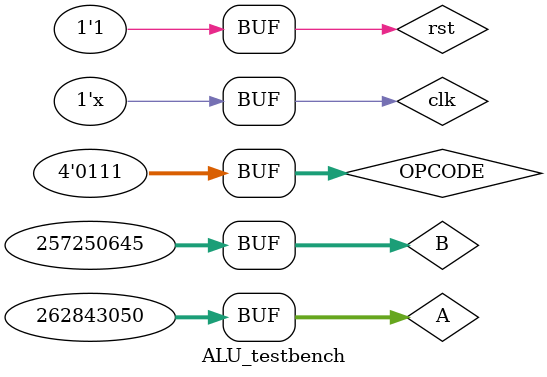
<source format=v>
`timescale 1ns / 1ps


module ALU_testbench(
    );
    reg [31:0] A;
    reg [31:0] B;
    reg [3:0] OPCODE;
    reg clk,rst;
    wire [31:0] Y;
    wire Z;
    
    ALU ALU_TEST(
    .A(A),
    .B(B),
    .OPCODE(OPCODE),
    .Y(Y),
    .Z(Z),
    .clk(clk),
    .rst(rst)
    );
    
    always #50 clk = ~clk;
    
    initial
    begin
        A=32'b0000_1111_1010_1010_1010_1010_1010_1010;
        B=32'b0000_1111_0101_0101_0101_0101_0101_0101;
        OPCODE=4'b0000;
        clk=0;
        rst=1;
        #50 rst=0;
        #100 OPCODE=4'b0001;
        #100 OPCODE=4'b0010;
        #100 OPCODE=4'b0011;
        #100 OPCODE=4'b0100;
        #100 OPCODE=4'b0101;
        #100 OPCODE=4'b0110;
        #100 OPCODE=4'b0111;
        #100 rst=1'b1;
    end
    
endmodule

</source>
